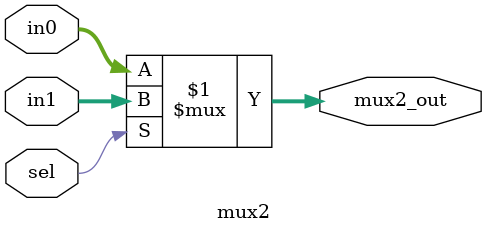
<source format=sv>
`timescale 1ns / 1ps
module mux2 #(parameter N = 2) (
input [N - 1:0] in0, in1,
input sel,
output [N - 1:0] mux2_out
); 

assign mux2_out = sel? in1:in0; 

endmodule  


</source>
